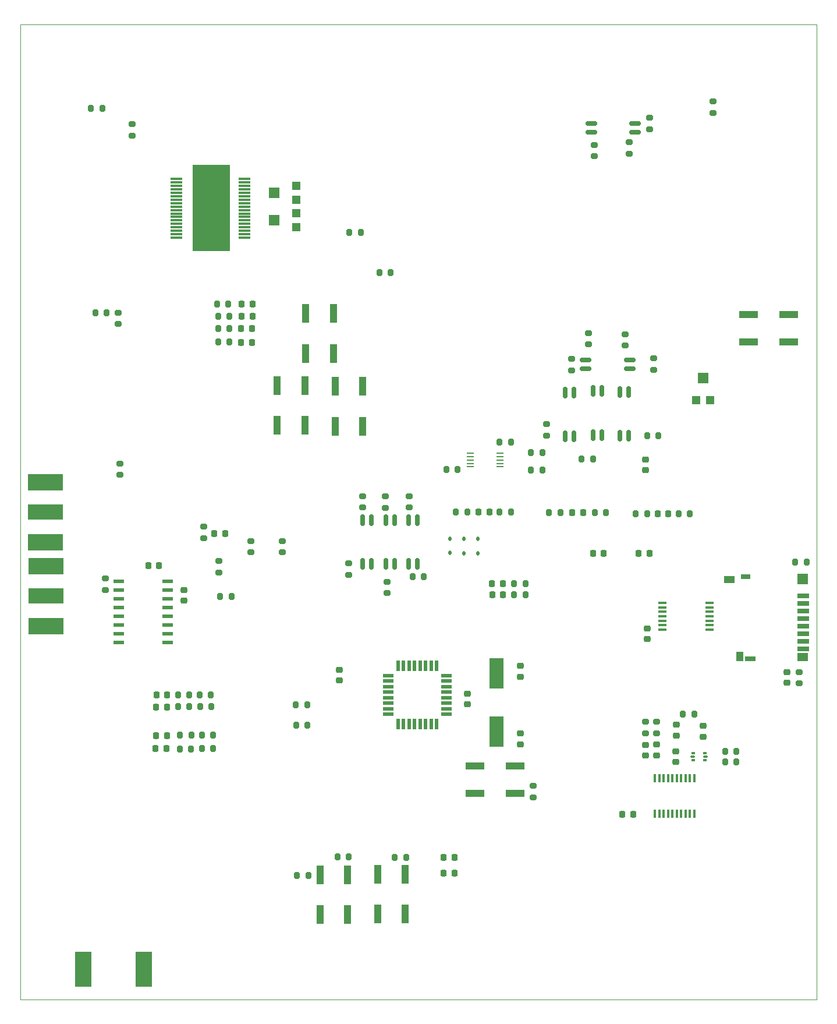
<source format=gbr>
%TF.GenerationSoftware,KiCad,Pcbnew,8.0.1*%
%TF.CreationDate,2024-08-10T17:13:53+02:00*%
%TF.ProjectId,Tracker,54726163-6b65-4722-9e6b-696361645f70,rev?*%
%TF.SameCoordinates,PX5aa5910PY998aa40*%
%TF.FileFunction,Paste,Top*%
%TF.FilePolarity,Positive*%
%FSLAX46Y46*%
G04 Gerber Fmt 4.6, Leading zero omitted, Abs format (unit mm)*
G04 Created by KiCad (PCBNEW 8.0.1) date 2024-08-10 17:13:53*
%MOMM*%
%LPD*%
G01*
G04 APERTURE LIST*
G04 Aperture macros list*
%AMRoundRect*
0 Rectangle with rounded corners*
0 $1 Rounding radius*
0 $2 $3 $4 $5 $6 $7 $8 $9 X,Y pos of 4 corners*
0 Add a 4 corners polygon primitive as box body*
4,1,4,$2,$3,$4,$5,$6,$7,$8,$9,$2,$3,0*
0 Add four circle primitives for the rounded corners*
1,1,$1+$1,$2,$3*
1,1,$1+$1,$4,$5*
1,1,$1+$1,$6,$7*
1,1,$1+$1,$8,$9*
0 Add four rect primitives between the rounded corners*
20,1,$1+$1,$2,$3,$4,$5,0*
20,1,$1+$1,$4,$5,$6,$7,0*
20,1,$1+$1,$6,$7,$8,$9,0*
20,1,$1+$1,$8,$9,$2,$3,0*%
G04 Aperture macros list end*
%ADD10RoundRect,0.200000X-0.275000X0.200000X-0.275000X-0.200000X0.275000X-0.200000X0.275000X0.200000X0*%
%ADD11RoundRect,0.218750X-0.218750X-0.256250X0.218750X-0.256250X0.218750X0.256250X-0.218750X0.256250X0*%
%ADD12RoundRect,0.200000X0.200000X0.275000X-0.200000X0.275000X-0.200000X-0.275000X0.200000X-0.275000X0*%
%ADD13R,5.080000X2.290000*%
%ADD14R,5.080000X2.420000*%
%ADD15R,1.000000X2.800000*%
%ADD16RoundRect,0.150000X0.662500X0.150000X-0.662500X0.150000X-0.662500X-0.150000X0.662500X-0.150000X0*%
%ADD17RoundRect,0.200000X0.275000X-0.200000X0.275000X0.200000X-0.275000X0.200000X-0.275000X-0.200000X0*%
%ADD18R,1.200000X0.400000*%
%ADD19RoundRect,0.200000X-0.200000X-0.275000X0.200000X-0.275000X0.200000X0.275000X-0.200000X0.275000X0*%
%ADD20R,1.750000X0.700000*%
%ADD21R,1.000000X1.450000*%
%ADD22R,1.550000X1.000000*%
%ADD23R,1.500000X0.800000*%
%ADD24R,1.500000X1.300000*%
%ADD25R,1.500000X1.500000*%
%ADD26R,1.400000X0.800000*%
%ADD27RoundRect,0.112500X-0.112500X0.187500X-0.112500X-0.187500X0.112500X-0.187500X0.112500X0.187500X0*%
%ADD28RoundRect,0.225000X-0.250000X0.225000X-0.250000X-0.225000X0.250000X-0.225000X0.250000X0.225000X0*%
%ADD29RoundRect,0.218750X-0.256250X0.218750X-0.256250X-0.218750X0.256250X-0.218750X0.256250X0.218750X0*%
%ADD30R,1.700000X0.350000*%
%ADD31R,5.394000X12.598400*%
%ADD32R,1.600000X0.550000*%
%ADD33R,0.550000X1.600000*%
%ADD34RoundRect,0.218750X0.218750X0.256250X-0.218750X0.256250X-0.218750X-0.256250X0.218750X-0.256250X0*%
%ADD35R,1.200000X1.200000*%
%ADD36R,1.500000X1.600000*%
%ADD37R,2.000000X4.500000*%
%ADD38RoundRect,0.225000X0.250000X-0.225000X0.250000X0.225000X-0.250000X0.225000X-0.250000X-0.225000X0*%
%ADD39RoundRect,0.093750X-0.156250X-0.093750X0.156250X-0.093750X0.156250X0.093750X-0.156250X0.093750X0*%
%ADD40RoundRect,0.075000X-0.250000X-0.075000X0.250000X-0.075000X0.250000X0.075000X-0.250000X0.075000X0*%
%ADD41R,1.100000X0.250000*%
%ADD42RoundRect,0.150000X0.150000X-0.662500X0.150000X0.662500X-0.150000X0.662500X-0.150000X-0.662500X0*%
%ADD43R,2.800000X1.000000*%
%ADD44RoundRect,0.150000X-0.662500X-0.150000X0.662500X-0.150000X0.662500X0.150000X-0.662500X0.150000X0*%
%ADD45RoundRect,0.225000X0.225000X0.250000X-0.225000X0.250000X-0.225000X-0.250000X0.225000X-0.250000X0*%
%ADD46RoundRect,0.225000X-0.225000X-0.250000X0.225000X-0.250000X0.225000X0.250000X-0.225000X0.250000X0*%
%ADD47R,1.500000X0.600000*%
%ADD48R,1.600000X1.500000*%
%ADD49R,0.400000X1.200000*%
%ADD50RoundRect,0.218750X0.256250X-0.218750X0.256250X0.218750X-0.256250X0.218750X-0.256250X-0.218750X0*%
%ADD51R,2.420000X5.080000*%
%TA.AperFunction,Profile*%
%ADD52C,0.100000*%
%TD*%
G04 APERTURE END LIST*
D10*
%TO.C,R10*%
X28875000Y63675000D03*
X28875000Y62025000D03*
%TD*%
D11*
%TO.C,D20*%
X61525000Y18275000D03*
X63100000Y18275000D03*
%TD*%
D12*
%TO.C,R53*%
X47750000Y20675000D03*
X46100000Y20675000D03*
%TD*%
D10*
%TO.C,R88*%
X56500000Y73100000D03*
X56500000Y71450000D03*
%TD*%
D12*
%TO.C,R19*%
X98001000Y41391000D03*
X96351000Y41391000D03*
%TD*%
D13*
%TO.C,J20*%
X3650000Y70770000D03*
D14*
X3650000Y75150000D03*
X3650000Y66390000D03*
%TD*%
D11*
%TO.C,D2*%
X19725000Y42450000D03*
X21300000Y42450000D03*
%TD*%
D15*
%TO.C,SW3*%
X41350000Y89200000D03*
X41350000Y83400000D03*
X37350000Y89200000D03*
X37350000Y83400000D03*
%TD*%
D16*
%TO.C,U6*%
X89387500Y125990000D03*
X89387500Y127260000D03*
X83012500Y127260000D03*
X83012500Y125990000D03*
%TD*%
D17*
%TO.C,R54*%
X90916000Y38651000D03*
X90916000Y40301000D03*
%TD*%
D18*
%TO.C,U18*%
X100250000Y53700000D03*
X100250000Y54350000D03*
X100250000Y55000000D03*
X100250000Y55650000D03*
X100250000Y56300000D03*
X100250000Y56950000D03*
X100250000Y57600000D03*
X93350000Y57600000D03*
X93350000Y56950000D03*
X93350000Y56300000D03*
X93350000Y55650000D03*
X93350000Y55000000D03*
X93350000Y54350000D03*
X93350000Y53700000D03*
%TD*%
D19*
%TO.C,R16*%
X22900000Y42500000D03*
X24550000Y42500000D03*
%TD*%
D11*
%TO.C,D24*%
X19712500Y38300000D03*
X21287500Y38300000D03*
%TD*%
D20*
%TO.C,J37*%
X113875000Y58600000D03*
X113875000Y57500000D03*
X113875000Y56400000D03*
X113875000Y55300000D03*
X113875000Y54200000D03*
X113875000Y53100000D03*
X113875000Y52000000D03*
X113875000Y50900000D03*
D21*
X104650000Y49775000D03*
D22*
X103075000Y61000000D03*
D23*
X106150000Y49450000D03*
D24*
X113750000Y49700000D03*
D25*
X113750000Y61050000D03*
D26*
X105500000Y61400000D03*
%TD*%
D19*
%TO.C,R91*%
X95704000Y70576000D03*
X97354000Y70576000D03*
%TD*%
D12*
%TO.C,R38*%
X30370500Y99278000D03*
X28720500Y99278000D03*
%TD*%
D15*
%TO.C,SW5*%
X43600000Y12275000D03*
X43600000Y18075000D03*
X47600000Y12275000D03*
X47600000Y18075000D03*
%TD*%
D10*
%TO.C,R40*%
X87940000Y96650000D03*
X87940000Y95000000D03*
%TD*%
D19*
%TO.C,R25*%
X71800000Y58800000D03*
X73450000Y58800000D03*
%TD*%
D27*
%TO.C,D4*%
X62450000Y66950000D03*
X62450000Y64850000D03*
%TD*%
D12*
%TO.C,R67*%
X104149000Y36032000D03*
X102499000Y36032000D03*
%TD*%
D28*
%TO.C,C38*%
X111500000Y47525000D03*
X111500000Y45975000D03*
%TD*%
D10*
%TO.C,R34*%
X88530000Y124560000D03*
X88530000Y122910000D03*
%TD*%
D29*
%TO.C,D27*%
X92556000Y36986000D03*
X92556000Y35411000D03*
%TD*%
D30*
%TO.C,IC1*%
X22679000Y119192000D03*
X22679000Y118692000D03*
X22679000Y118192000D03*
X22679000Y117692000D03*
X22679000Y117192000D03*
X22679000Y116692000D03*
X22679000Y116192000D03*
X22679000Y115692000D03*
X22679000Y115192000D03*
X22679000Y114692000D03*
X22679000Y114192000D03*
X22679000Y113692000D03*
X22679000Y113192000D03*
X22679000Y112692000D03*
X22679000Y112192000D03*
X22679000Y111692000D03*
X22679000Y111192000D03*
X22679000Y110692000D03*
X32544000Y110692000D03*
X32544000Y111192000D03*
X32544000Y111692000D03*
X32544000Y112192000D03*
X32544000Y112692000D03*
X32544000Y113192000D03*
X32544000Y113692000D03*
X32544000Y114192000D03*
X32544000Y114692000D03*
X32544000Y115192000D03*
X32544000Y115692000D03*
X32544000Y116192000D03*
X32544000Y116692000D03*
X32544000Y117192000D03*
X32544000Y117692000D03*
X32544000Y118192000D03*
X32544000Y118692000D03*
X32544000Y119192000D03*
D31*
X27708500Y114992800D03*
%TD*%
D15*
%TO.C,SW1*%
X45500000Y99675000D03*
X45500000Y93875000D03*
X41500000Y99675000D03*
X41500000Y93875000D03*
%TD*%
D19*
%TO.C,R59*%
X10868000Y99786000D03*
X12518000Y99786000D03*
%TD*%
D12*
%TO.C,R62*%
X64970000Y70830000D03*
X63320000Y70830000D03*
%TD*%
D19*
%TO.C,R108*%
X74242000Y79436000D03*
X75892000Y79436000D03*
%TD*%
D32*
%TO.C,U15*%
X61970000Y41415000D03*
X61970000Y42215000D03*
X61970000Y43015000D03*
X61970000Y43815000D03*
X61970000Y44615000D03*
X61970000Y45415000D03*
X61970000Y46215000D03*
X61970000Y47015000D03*
D33*
X60520000Y48465000D03*
X59720000Y48465000D03*
X58920000Y48465000D03*
X58120000Y48465000D03*
X57320000Y48465000D03*
X56520000Y48465000D03*
X55720000Y48465000D03*
X54920000Y48465000D03*
D32*
X53470000Y47015000D03*
X53470000Y46215000D03*
X53470000Y45415000D03*
X53470000Y44615000D03*
X53470000Y43815000D03*
X53470000Y43015000D03*
X53470000Y42215000D03*
X53470000Y41415000D03*
D33*
X54920000Y39965000D03*
X55720000Y39965000D03*
X56520000Y39965000D03*
X57320000Y39965000D03*
X58120000Y39965000D03*
X58920000Y39965000D03*
X59720000Y39965000D03*
X60520000Y39965000D03*
%TD*%
D34*
%TO.C,D10*%
X33753500Y101056000D03*
X32178500Y101056000D03*
%TD*%
D19*
%TO.C,R23*%
X81625000Y78525000D03*
X83275000Y78525000D03*
%TD*%
D10*
%TO.C,R87*%
X53100000Y73075000D03*
X53100000Y71425000D03*
%TD*%
%TO.C,R86*%
X53286000Y60670000D03*
X53286000Y59020000D03*
%TD*%
D35*
%TO.C,RV2*%
X40150000Y116175000D03*
D36*
X36900000Y117175000D03*
D35*
X40150000Y118175000D03*
%TD*%
D37*
%TO.C,Y1*%
X69220000Y47390000D03*
X69220000Y38890000D03*
%TD*%
D34*
%TO.C,D18*%
X68197000Y70830000D03*
X66622000Y70830000D03*
%TD*%
D38*
%TO.C,C24*%
X95426000Y38311000D03*
X95426000Y39861000D03*
%TD*%
D28*
%TO.C,C6*%
X72720000Y48415000D03*
X72720000Y46865000D03*
%TD*%
D19*
%TO.C,R15*%
X26100000Y42500000D03*
X27750000Y42500000D03*
%TD*%
D12*
%TO.C,R26*%
X30375000Y95500000D03*
X28725000Y95500000D03*
%TD*%
D10*
%TO.C,R89*%
X49750000Y73100000D03*
X49750000Y71450000D03*
%TD*%
D17*
%TO.C,R28*%
X92125000Y91500000D03*
X92125000Y93150000D03*
%TD*%
D12*
%TO.C,R12*%
X41725000Y39825000D03*
X40075000Y39825000D03*
%TD*%
D11*
%TO.C,D9*%
X32100000Y95475000D03*
X33675000Y95475000D03*
%TD*%
D17*
%TO.C,R46*%
X74575000Y29325000D03*
X74575000Y30975000D03*
%TD*%
%TO.C,R35*%
X83425000Y122525000D03*
X83425000Y124175000D03*
%TD*%
D12*
%TO.C,R30*%
X92800000Y81900000D03*
X91150000Y81900000D03*
%TD*%
%TO.C,R68*%
X104149000Y34508000D03*
X102499000Y34508000D03*
%TD*%
D39*
%TO.C,U20*%
X97814000Y35778000D03*
D40*
X97739000Y35240500D03*
D39*
X97814000Y34703000D03*
X99514000Y34703000D03*
D40*
X99589000Y35240500D03*
D39*
X99514000Y35778000D03*
%TD*%
D10*
%TO.C,R84*%
X47698000Y63336000D03*
X47698000Y61686000D03*
%TD*%
D19*
%TO.C,R73*%
X23199406Y38340000D03*
X24849406Y38340000D03*
%TD*%
D41*
%TO.C,U28*%
X65437000Y79366000D03*
X65437000Y78866000D03*
X65437000Y78366000D03*
X65437000Y77866000D03*
X65437000Y77366000D03*
X69737000Y77366000D03*
X69737000Y77866000D03*
X69737000Y78366000D03*
X69737000Y78866000D03*
X69737000Y79366000D03*
%TD*%
D19*
%TO.C,R47*%
X83500000Y70677500D03*
X85150000Y70677500D03*
%TD*%
D17*
%TO.C,R60*%
X26620000Y67005000D03*
X26620000Y68655000D03*
%TD*%
D19*
%TO.C,R107*%
X40206000Y17998000D03*
X41856000Y17998000D03*
%TD*%
D42*
%TO.C,U5*%
X83265000Y82012500D03*
X84535000Y82012500D03*
X84535000Y88387500D03*
X83265000Y88387500D03*
%TD*%
D27*
%TO.C,D5*%
X64475000Y66925000D03*
X64475000Y64825000D03*
%TD*%
D12*
%TO.C,R24*%
X30235000Y101056000D03*
X28585000Y101056000D03*
%TD*%
D13*
%TO.C,J2*%
X3690000Y58570000D03*
D14*
X3690000Y62950000D03*
X3690000Y54190000D03*
%TD*%
D43*
%TO.C,SW4*%
X71925000Y29925000D03*
X66125000Y29925000D03*
X71925000Y33925000D03*
X66125000Y33925000D03*
%TD*%
D44*
%TO.C,U9*%
X82210000Y92880000D03*
X82210000Y91610000D03*
X88585000Y91610000D03*
X88585000Y92880000D03*
%TD*%
D42*
%TO.C,U25*%
X53145000Y63237500D03*
X54415000Y63237500D03*
X54415000Y69612500D03*
X53145000Y69612500D03*
%TD*%
D45*
%TO.C,C3*%
X20140000Y63020000D03*
X18590000Y63020000D03*
%TD*%
D42*
%TO.C,U7*%
X87165000Y81887500D03*
X88435000Y81887500D03*
X88435000Y88262500D03*
X87165000Y88262500D03*
%TD*%
D11*
%TO.C,D12*%
X32090000Y97455000D03*
X33665000Y97455000D03*
%TD*%
D12*
%TO.C,R37*%
X30375000Y97450000D03*
X28725000Y97450000D03*
%TD*%
D46*
%TO.C,C21*%
X89925000Y64775000D03*
X91475000Y64775000D03*
%TD*%
D19*
%TO.C,R50*%
X69670000Y70830000D03*
X71320000Y70830000D03*
%TD*%
D12*
%TO.C,R74*%
X24805000Y36370000D03*
X23155000Y36370000D03*
%TD*%
D17*
%TO.C,R96*%
X14170000Y98136000D03*
X14170000Y99786000D03*
%TD*%
D43*
%TO.C,SW7*%
X105906000Y99532000D03*
X111706000Y99532000D03*
X105906000Y95532000D03*
X111706000Y95532000D03*
%TD*%
D42*
%TO.C,U23*%
X49785000Y63250000D03*
X51055000Y63250000D03*
X51055000Y69625000D03*
X49785000Y69625000D03*
%TD*%
D45*
%TO.C,C28*%
X84800000Y64800000D03*
X83250000Y64800000D03*
%TD*%
D29*
%TO.C,D25*%
X99306000Y39708500D03*
X99306000Y38133500D03*
%TD*%
D34*
%TO.C,D1*%
X29780000Y67660000D03*
X28205000Y67660000D03*
%TD*%
D15*
%TO.C,SW6*%
X51940000Y12375000D03*
X51940000Y18175000D03*
X55940000Y12375000D03*
X55940000Y18175000D03*
%TD*%
D19*
%TO.C,R109*%
X74242000Y76926000D03*
X75892000Y76926000D03*
%TD*%
%TO.C,R94*%
X26039406Y44250000D03*
X27689406Y44250000D03*
%TD*%
D27*
%TO.C,D3*%
X66500000Y66925000D03*
X66500000Y64825000D03*
%TD*%
D34*
%TO.C,D17*%
X81825000Y70727500D03*
X80250000Y70727500D03*
%TD*%
D19*
%TO.C,R22*%
X71800000Y60400000D03*
X73450000Y60400000D03*
%TD*%
D17*
%TO.C,R104*%
X14440000Y76190000D03*
X14440000Y77840000D03*
%TD*%
D10*
%TO.C,R31*%
X91470000Y128090000D03*
X91470000Y126440000D03*
%TD*%
D19*
%TO.C,R85*%
X57033000Y61432000D03*
X58683000Y61432000D03*
%TD*%
D10*
%TO.C,R4*%
X12340000Y61140000D03*
X12340000Y59490000D03*
%TD*%
D45*
%TO.C,C41*%
X89113000Y26888000D03*
X87563000Y26888000D03*
%TD*%
D11*
%TO.C,D14*%
X32153000Y99278000D03*
X33728000Y99278000D03*
%TD*%
D10*
%TO.C,R78*%
X113300000Y47550000D03*
X113300000Y45900000D03*
%TD*%
D35*
%TO.C,RV3*%
X40125000Y112200000D03*
D36*
X36875000Y113200000D03*
D35*
X40125000Y114200000D03*
%TD*%
D19*
%TO.C,R106*%
X26350000Y36400000D03*
X28000000Y36400000D03*
%TD*%
D12*
%TO.C,R3*%
X56100000Y20575000D03*
X54450000Y20575000D03*
%TD*%
D19*
%TO.C,R29*%
X47826000Y111470000D03*
X49476000Y111470000D03*
%TD*%
D12*
%TO.C,R111*%
X71320000Y80990000D03*
X69670000Y80990000D03*
%TD*%
D38*
%TO.C,C5*%
X72720000Y37040000D03*
X72720000Y38590000D03*
%TD*%
D34*
%TO.C,D7*%
X70137500Y60400000D03*
X68562500Y60400000D03*
%TD*%
D19*
%TO.C,R105*%
X29050000Y58500000D03*
X30700000Y58500000D03*
%TD*%
D38*
%TO.C,C39*%
X91200000Y52350000D03*
X91200000Y53900000D03*
%TD*%
D12*
%TO.C,R90*%
X91132000Y70576000D03*
X89482000Y70576000D03*
%TD*%
D42*
%TO.C,U8*%
X79240000Y81812500D03*
X80510000Y81812500D03*
X80510000Y88187500D03*
X79240000Y88187500D03*
%TD*%
D47*
%TO.C,U2*%
X14280000Y60745000D03*
X14280000Y59475000D03*
X14280000Y58205000D03*
X14280000Y56935000D03*
X14280000Y55665000D03*
X14280000Y54395000D03*
X14280000Y53125000D03*
X14280000Y51855000D03*
X21380000Y51855000D03*
X21380000Y53125000D03*
X21380000Y54395000D03*
X21380000Y55665000D03*
X21380000Y56935000D03*
X21380000Y58205000D03*
X21380000Y59475000D03*
X21380000Y60745000D03*
%TD*%
D17*
%TO.C,R41*%
X82600000Y95150000D03*
X82600000Y96800000D03*
%TD*%
%TO.C,R63*%
X100720000Y128815000D03*
X100720000Y130465000D03*
%TD*%
D34*
%TO.C,D28*%
X21187500Y36400000D03*
X19612500Y36400000D03*
%TD*%
D19*
%TO.C,R95*%
X22884406Y44225000D03*
X24534406Y44225000D03*
%TD*%
D12*
%TO.C,R77*%
X114350000Y63525000D03*
X112700000Y63525000D03*
%TD*%
D42*
%TO.C,U24*%
X56480000Y63250000D03*
X57750000Y63250000D03*
X57750000Y69625000D03*
X56480000Y69625000D03*
%TD*%
D29*
%TO.C,D26*%
X90896000Y36976000D03*
X90896000Y35401000D03*
%TD*%
D35*
%TO.C,RV1*%
X98267000Y87064000D03*
D48*
X99267000Y90314000D03*
D35*
X100267000Y87064000D03*
%TD*%
D38*
%TO.C,C23*%
X95316000Y34461000D03*
X95316000Y36011000D03*
%TD*%
D28*
%TO.C,C22*%
X64970000Y44427000D03*
X64970000Y42877000D03*
%TD*%
D19*
%TO.C,R21*%
X52205000Y105610000D03*
X53855000Y105610000D03*
%TD*%
D10*
%TO.C,R113*%
X38075000Y66600000D03*
X38075000Y64950000D03*
%TD*%
%TO.C,R45*%
X80130000Y93050000D03*
X80130000Y91400000D03*
%TD*%
%TO.C,R102*%
X33474000Y66575000D03*
X33474000Y64925000D03*
%TD*%
D28*
%TO.C,C2*%
X23790000Y59480000D03*
X23790000Y57930000D03*
%TD*%
D12*
%TO.C,R11*%
X41675000Y42750000D03*
X40025000Y42750000D03*
%TD*%
D19*
%TO.C,R72*%
X26359406Y38340000D03*
X28009406Y38340000D03*
%TD*%
D12*
%TO.C,R110*%
X63572000Y76956000D03*
X61922000Y76956000D03*
%TD*%
D10*
%TO.C,R103*%
X16250000Y127150000D03*
X16250000Y125500000D03*
%TD*%
D34*
%TO.C,D33*%
X94231000Y70576000D03*
X92656000Y70576000D03*
%TD*%
D12*
%TO.C,R64*%
X11884000Y129504000D03*
X10234000Y129504000D03*
%TD*%
D11*
%TO.C,D34*%
X19759406Y44185000D03*
X21334406Y44185000D03*
%TD*%
D17*
%TO.C,R20*%
X76550000Y81925000D03*
X76550000Y83575000D03*
%TD*%
D28*
%TO.C,C29*%
X46400000Y47900000D03*
X46400000Y46350000D03*
%TD*%
D49*
%TO.C,U19*%
X92296000Y26941000D03*
X92931000Y26941000D03*
X93566000Y26941000D03*
X94201000Y26941000D03*
X94836000Y26941000D03*
X95471000Y26941000D03*
X96106000Y26941000D03*
X96741000Y26941000D03*
X97376000Y26941000D03*
X98011000Y26941000D03*
X98011000Y32141000D03*
X97376000Y32141000D03*
X96741000Y32141000D03*
X96106000Y32141000D03*
X95471000Y32141000D03*
X94836000Y32141000D03*
X94201000Y32141000D03*
X93566000Y32141000D03*
X92931000Y32141000D03*
X92296000Y32141000D03*
%TD*%
D15*
%TO.C,SW2*%
X49800000Y89050000D03*
X49800000Y83250000D03*
X45800000Y89050000D03*
X45800000Y83250000D03*
%TD*%
D17*
%TO.C,R55*%
X92546000Y38661000D03*
X92546000Y40311000D03*
%TD*%
D12*
%TO.C,R61*%
X78510000Y70750000D03*
X76860000Y70750000D03*
%TD*%
D11*
%TO.C,D21*%
X61525000Y20600000D03*
X63100000Y20600000D03*
%TD*%
D50*
%TO.C,L12*%
X90878000Y76875000D03*
X90878000Y78450000D03*
%TD*%
D34*
%TO.C,D8*%
X70187500Y58750000D03*
X68612500Y58750000D03*
%TD*%
D51*
%TO.C,J10*%
X9150000Y4310000D03*
X17910000Y4310000D03*
%TD*%
D52*
X-38155Y141677480D02*
X115800000Y141677480D01*
X115800000Y-22520D01*
X-38155Y-22520D01*
X-38155Y141677480D01*
M02*

</source>
